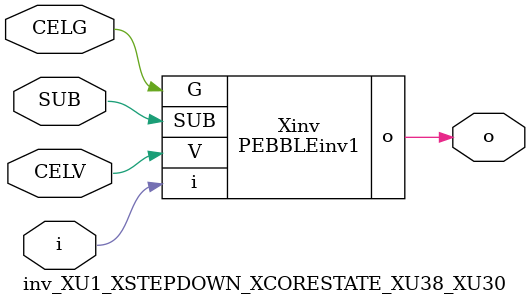
<source format=v>



module PEBBLEinv1 ( o, G, SUB, V, i );

  input V;
  input i;
  input G;
  output o;
  input SUB;
endmodule

//Celera Confidential Do Not Copy inv_XU1_XSTEPDOWN_XCORESTATE_XU38_XU30
//Celera Confidential Symbol Generator
//5V Inverter
module inv_XU1_XSTEPDOWN_XCORESTATE_XU38_XU30 (CELV,CELG,i,o,SUB);
input CELV;
input CELG;
input i;
input SUB;
output o;

//Celera Confidential Do Not Copy inv
PEBBLEinv1 Xinv(
.V (CELV),
.i (i),
.o (o),
.SUB (SUB),
.G (CELG)
);
//,diesize,PEBBLEinv1

//Celera Confidential Do Not Copy Module End
//Celera Schematic Generator
endmodule

</source>
